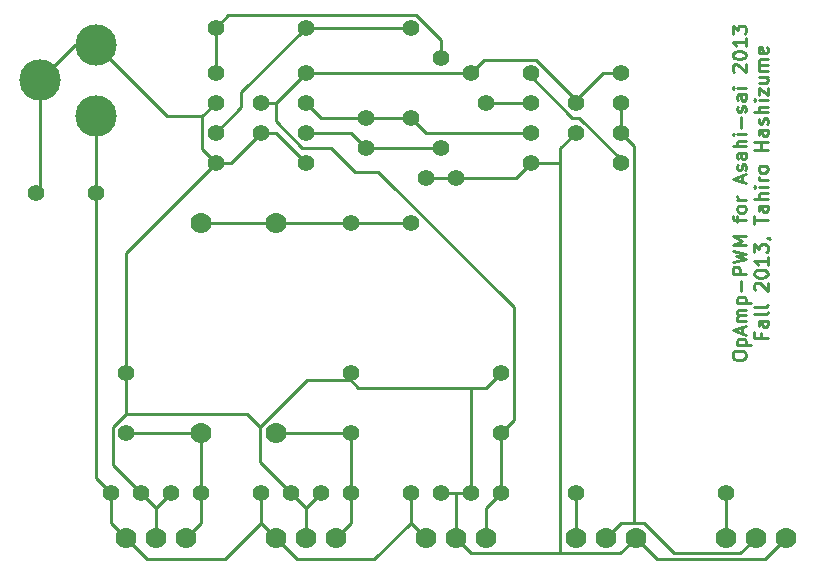
<source format=gbl>
G04 (created by PCBNEW (2013-07-07 BZR 4022)-stable) date 2013/11/02 22:19:29*
%MOIN*%
G04 Gerber Fmt 3.4, Leading zero omitted, Abs format*
%FSLAX34Y34*%
G01*
G70*
G90*
G04 APERTURE LIST*
%ADD10C,0.00590551*%
%ADD11C,0.009*%
%ADD12C,0.055*%
%ADD13C,0.07*%
%ADD14C,0.1378*%
%ADD15C,0.00984252*%
G04 APERTURE END LIST*
G54D10*
G54D11*
X38732Y-22464D02*
X38732Y-22378D01*
X38753Y-22335D01*
X38796Y-22292D01*
X38882Y-22271D01*
X39032Y-22271D01*
X39117Y-22292D01*
X39160Y-22335D01*
X39182Y-22378D01*
X39182Y-22464D01*
X39160Y-22507D01*
X39117Y-22550D01*
X39032Y-22571D01*
X38882Y-22571D01*
X38796Y-22550D01*
X38753Y-22507D01*
X38732Y-22464D01*
X38882Y-22078D02*
X39332Y-22078D01*
X38903Y-22078D02*
X38882Y-22035D01*
X38882Y-21950D01*
X38903Y-21907D01*
X38925Y-21885D01*
X38967Y-21864D01*
X39096Y-21864D01*
X39139Y-21885D01*
X39160Y-21907D01*
X39182Y-21950D01*
X39182Y-22035D01*
X39160Y-22078D01*
X39053Y-21692D02*
X39053Y-21478D01*
X39182Y-21735D02*
X38732Y-21585D01*
X39182Y-21435D01*
X39182Y-21285D02*
X38882Y-21285D01*
X38925Y-21285D02*
X38903Y-21264D01*
X38882Y-21221D01*
X38882Y-21157D01*
X38903Y-21114D01*
X38946Y-21092D01*
X39182Y-21092D01*
X38946Y-21092D02*
X38903Y-21071D01*
X38882Y-21028D01*
X38882Y-20964D01*
X38903Y-20921D01*
X38946Y-20900D01*
X39182Y-20900D01*
X38882Y-20685D02*
X39332Y-20685D01*
X38903Y-20685D02*
X38882Y-20642D01*
X38882Y-20557D01*
X38903Y-20514D01*
X38925Y-20492D01*
X38967Y-20471D01*
X39096Y-20471D01*
X39139Y-20492D01*
X39160Y-20514D01*
X39182Y-20557D01*
X39182Y-20642D01*
X39160Y-20685D01*
X39010Y-20278D02*
X39010Y-19935D01*
X39182Y-19721D02*
X38732Y-19721D01*
X38732Y-19550D01*
X38753Y-19507D01*
X38775Y-19485D01*
X38817Y-19464D01*
X38882Y-19464D01*
X38925Y-19485D01*
X38946Y-19507D01*
X38967Y-19550D01*
X38967Y-19721D01*
X38732Y-19314D02*
X39182Y-19207D01*
X38860Y-19121D01*
X39182Y-19035D01*
X38732Y-18928D01*
X39182Y-18757D02*
X38732Y-18757D01*
X39053Y-18607D01*
X38732Y-18457D01*
X39182Y-18457D01*
X38882Y-17964D02*
X38882Y-17792D01*
X39182Y-17899D02*
X38796Y-17899D01*
X38753Y-17878D01*
X38732Y-17835D01*
X38732Y-17792D01*
X39182Y-17578D02*
X39160Y-17621D01*
X39139Y-17642D01*
X39096Y-17664D01*
X38967Y-17664D01*
X38925Y-17642D01*
X38903Y-17621D01*
X38882Y-17578D01*
X38882Y-17514D01*
X38903Y-17471D01*
X38925Y-17449D01*
X38967Y-17428D01*
X39096Y-17428D01*
X39139Y-17449D01*
X39160Y-17471D01*
X39182Y-17514D01*
X39182Y-17578D01*
X39182Y-17235D02*
X38882Y-17235D01*
X38967Y-17235D02*
X38925Y-17214D01*
X38903Y-17192D01*
X38882Y-17149D01*
X38882Y-17107D01*
X39053Y-16635D02*
X39053Y-16421D01*
X39182Y-16678D02*
X38732Y-16528D01*
X39182Y-16378D01*
X39160Y-16250D02*
X39182Y-16207D01*
X39182Y-16121D01*
X39160Y-16078D01*
X39117Y-16057D01*
X39096Y-16057D01*
X39053Y-16078D01*
X39032Y-16121D01*
X39032Y-16185D01*
X39010Y-16228D01*
X38967Y-16250D01*
X38946Y-16250D01*
X38903Y-16228D01*
X38882Y-16185D01*
X38882Y-16121D01*
X38903Y-16078D01*
X39182Y-15671D02*
X38946Y-15671D01*
X38903Y-15692D01*
X38882Y-15735D01*
X38882Y-15821D01*
X38903Y-15864D01*
X39160Y-15671D02*
X39182Y-15714D01*
X39182Y-15821D01*
X39160Y-15864D01*
X39117Y-15885D01*
X39075Y-15885D01*
X39032Y-15864D01*
X39010Y-15821D01*
X39010Y-15714D01*
X38989Y-15671D01*
X39182Y-15457D02*
X38732Y-15457D01*
X39182Y-15264D02*
X38946Y-15264D01*
X38903Y-15285D01*
X38882Y-15328D01*
X38882Y-15392D01*
X38903Y-15435D01*
X38925Y-15457D01*
X39182Y-15049D02*
X38882Y-15049D01*
X38732Y-15049D02*
X38753Y-15071D01*
X38775Y-15049D01*
X38753Y-15028D01*
X38732Y-15049D01*
X38775Y-15049D01*
X39010Y-14835D02*
X39010Y-14492D01*
X39160Y-14299D02*
X39182Y-14257D01*
X39182Y-14171D01*
X39160Y-14128D01*
X39117Y-14107D01*
X39096Y-14107D01*
X39053Y-14128D01*
X39032Y-14171D01*
X39032Y-14235D01*
X39010Y-14278D01*
X38967Y-14299D01*
X38946Y-14299D01*
X38903Y-14278D01*
X38882Y-14235D01*
X38882Y-14171D01*
X38903Y-14128D01*
X39182Y-13721D02*
X38946Y-13721D01*
X38903Y-13742D01*
X38882Y-13785D01*
X38882Y-13871D01*
X38903Y-13914D01*
X39160Y-13721D02*
X39182Y-13764D01*
X39182Y-13871D01*
X39160Y-13914D01*
X39117Y-13935D01*
X39075Y-13935D01*
X39032Y-13914D01*
X39010Y-13871D01*
X39010Y-13764D01*
X38989Y-13721D01*
X39182Y-13507D02*
X38882Y-13507D01*
X38732Y-13507D02*
X38753Y-13528D01*
X38775Y-13507D01*
X38753Y-13485D01*
X38732Y-13507D01*
X38775Y-13507D01*
X38775Y-12971D02*
X38753Y-12949D01*
X38732Y-12907D01*
X38732Y-12799D01*
X38753Y-12757D01*
X38775Y-12735D01*
X38817Y-12714D01*
X38860Y-12714D01*
X38925Y-12735D01*
X39182Y-12992D01*
X39182Y-12714D01*
X38732Y-12435D02*
X38732Y-12392D01*
X38753Y-12349D01*
X38775Y-12328D01*
X38817Y-12307D01*
X38903Y-12285D01*
X39010Y-12285D01*
X39096Y-12307D01*
X39139Y-12328D01*
X39160Y-12349D01*
X39182Y-12392D01*
X39182Y-12435D01*
X39160Y-12478D01*
X39139Y-12499D01*
X39096Y-12521D01*
X39010Y-12542D01*
X38903Y-12542D01*
X38817Y-12521D01*
X38775Y-12499D01*
X38753Y-12478D01*
X38732Y-12435D01*
X39182Y-11857D02*
X39182Y-12114D01*
X39182Y-11985D02*
X38732Y-11985D01*
X38796Y-12028D01*
X38839Y-12071D01*
X38860Y-12114D01*
X38732Y-11707D02*
X38732Y-11428D01*
X38903Y-11578D01*
X38903Y-11514D01*
X38925Y-11471D01*
X38946Y-11449D01*
X38989Y-11428D01*
X39096Y-11428D01*
X39139Y-11449D01*
X39160Y-11471D01*
X39182Y-11514D01*
X39182Y-11642D01*
X39160Y-11685D01*
X39139Y-11707D01*
X39666Y-21692D02*
X39666Y-21842D01*
X39902Y-21842D02*
X39452Y-21842D01*
X39452Y-21628D01*
X39902Y-21264D02*
X39666Y-21264D01*
X39623Y-21285D01*
X39602Y-21328D01*
X39602Y-21414D01*
X39623Y-21457D01*
X39880Y-21264D02*
X39902Y-21307D01*
X39902Y-21414D01*
X39880Y-21457D01*
X39837Y-21478D01*
X39795Y-21478D01*
X39752Y-21457D01*
X39730Y-21414D01*
X39730Y-21307D01*
X39709Y-21264D01*
X39902Y-20985D02*
X39880Y-21028D01*
X39837Y-21049D01*
X39452Y-21049D01*
X39902Y-20749D02*
X39880Y-20792D01*
X39837Y-20814D01*
X39452Y-20814D01*
X39495Y-20257D02*
X39473Y-20235D01*
X39452Y-20192D01*
X39452Y-20085D01*
X39473Y-20042D01*
X39495Y-20021D01*
X39537Y-20000D01*
X39580Y-20000D01*
X39645Y-20021D01*
X39902Y-20278D01*
X39902Y-20000D01*
X39452Y-19721D02*
X39452Y-19678D01*
X39473Y-19635D01*
X39495Y-19614D01*
X39537Y-19592D01*
X39623Y-19571D01*
X39730Y-19571D01*
X39816Y-19592D01*
X39859Y-19614D01*
X39880Y-19635D01*
X39902Y-19678D01*
X39902Y-19721D01*
X39880Y-19764D01*
X39859Y-19785D01*
X39816Y-19807D01*
X39730Y-19828D01*
X39623Y-19828D01*
X39537Y-19807D01*
X39495Y-19785D01*
X39473Y-19764D01*
X39452Y-19721D01*
X39902Y-19142D02*
X39902Y-19400D01*
X39902Y-19271D02*
X39452Y-19271D01*
X39516Y-19314D01*
X39559Y-19357D01*
X39580Y-19400D01*
X39452Y-18992D02*
X39452Y-18714D01*
X39623Y-18864D01*
X39623Y-18800D01*
X39645Y-18757D01*
X39666Y-18735D01*
X39709Y-18714D01*
X39816Y-18714D01*
X39859Y-18735D01*
X39880Y-18757D01*
X39902Y-18800D01*
X39902Y-18928D01*
X39880Y-18971D01*
X39859Y-18992D01*
X39880Y-18500D02*
X39902Y-18500D01*
X39945Y-18521D01*
X39966Y-18542D01*
X39452Y-18028D02*
X39452Y-17771D01*
X39902Y-17900D02*
X39452Y-17900D01*
X39902Y-17428D02*
X39666Y-17428D01*
X39623Y-17450D01*
X39602Y-17492D01*
X39602Y-17578D01*
X39623Y-17621D01*
X39880Y-17428D02*
X39902Y-17471D01*
X39902Y-17578D01*
X39880Y-17621D01*
X39837Y-17642D01*
X39795Y-17642D01*
X39752Y-17621D01*
X39730Y-17578D01*
X39730Y-17471D01*
X39709Y-17428D01*
X39902Y-17214D02*
X39452Y-17214D01*
X39902Y-17021D02*
X39666Y-17021D01*
X39623Y-17042D01*
X39602Y-17085D01*
X39602Y-17150D01*
X39623Y-17192D01*
X39645Y-17214D01*
X39902Y-16807D02*
X39602Y-16807D01*
X39452Y-16807D02*
X39473Y-16828D01*
X39495Y-16807D01*
X39473Y-16785D01*
X39452Y-16807D01*
X39495Y-16807D01*
X39902Y-16592D02*
X39602Y-16592D01*
X39687Y-16592D02*
X39645Y-16571D01*
X39623Y-16550D01*
X39602Y-16507D01*
X39602Y-16464D01*
X39902Y-16250D02*
X39880Y-16292D01*
X39859Y-16314D01*
X39816Y-16335D01*
X39687Y-16335D01*
X39645Y-16314D01*
X39623Y-16292D01*
X39602Y-16250D01*
X39602Y-16185D01*
X39623Y-16142D01*
X39645Y-16121D01*
X39687Y-16100D01*
X39816Y-16100D01*
X39859Y-16121D01*
X39880Y-16142D01*
X39902Y-16185D01*
X39902Y-16250D01*
X39902Y-15564D02*
X39452Y-15564D01*
X39666Y-15564D02*
X39666Y-15307D01*
X39902Y-15307D02*
X39452Y-15307D01*
X39902Y-14900D02*
X39666Y-14900D01*
X39623Y-14921D01*
X39602Y-14964D01*
X39602Y-15050D01*
X39623Y-15092D01*
X39880Y-14900D02*
X39902Y-14942D01*
X39902Y-15050D01*
X39880Y-15092D01*
X39837Y-15114D01*
X39795Y-15114D01*
X39752Y-15092D01*
X39730Y-15050D01*
X39730Y-14942D01*
X39709Y-14900D01*
X39880Y-14707D02*
X39902Y-14664D01*
X39902Y-14578D01*
X39880Y-14535D01*
X39837Y-14514D01*
X39816Y-14514D01*
X39773Y-14535D01*
X39752Y-14578D01*
X39752Y-14642D01*
X39730Y-14685D01*
X39687Y-14707D01*
X39666Y-14707D01*
X39623Y-14685D01*
X39602Y-14642D01*
X39602Y-14578D01*
X39623Y-14535D01*
X39902Y-14321D02*
X39452Y-14321D01*
X39902Y-14128D02*
X39666Y-14128D01*
X39623Y-14150D01*
X39602Y-14192D01*
X39602Y-14257D01*
X39623Y-14300D01*
X39645Y-14321D01*
X39902Y-13914D02*
X39602Y-13914D01*
X39452Y-13914D02*
X39473Y-13935D01*
X39495Y-13914D01*
X39473Y-13892D01*
X39452Y-13914D01*
X39495Y-13914D01*
X39602Y-13742D02*
X39602Y-13507D01*
X39902Y-13742D01*
X39902Y-13507D01*
X39602Y-13142D02*
X39902Y-13142D01*
X39602Y-13335D02*
X39837Y-13335D01*
X39880Y-13314D01*
X39902Y-13271D01*
X39902Y-13207D01*
X39880Y-13164D01*
X39859Y-13142D01*
X39902Y-12928D02*
X39602Y-12928D01*
X39645Y-12928D02*
X39623Y-12907D01*
X39602Y-12864D01*
X39602Y-12800D01*
X39623Y-12757D01*
X39666Y-12735D01*
X39902Y-12735D01*
X39666Y-12735D02*
X39623Y-12714D01*
X39602Y-12671D01*
X39602Y-12607D01*
X39623Y-12564D01*
X39666Y-12542D01*
X39902Y-12542D01*
X39880Y-12157D02*
X39902Y-12200D01*
X39902Y-12285D01*
X39880Y-12328D01*
X39837Y-12350D01*
X39666Y-12350D01*
X39623Y-12328D01*
X39602Y-12285D01*
X39602Y-12200D01*
X39623Y-12157D01*
X39666Y-12135D01*
X39709Y-12135D01*
X39752Y-12350D01*
G54D12*
X24500Y-11500D03*
X21500Y-11500D03*
X29000Y-12500D03*
X29000Y-15500D03*
X28000Y-11500D03*
X28000Y-14500D03*
X26500Y-15500D03*
X26500Y-14500D03*
X30000Y-13000D03*
X30500Y-14000D03*
X26000Y-18000D03*
X33500Y-27000D03*
X23000Y-15000D03*
X23000Y-14000D03*
X33500Y-14000D03*
X33500Y-15000D03*
X28500Y-16500D03*
X29500Y-16500D03*
G54D13*
X21000Y-25000D03*
X21000Y-18000D03*
G54D12*
X28000Y-27000D03*
X29000Y-27000D03*
X18000Y-27000D03*
X19000Y-27000D03*
X31000Y-27000D03*
X30000Y-27000D03*
X21000Y-27000D03*
X20000Y-27000D03*
G54D13*
X23500Y-25000D03*
X23500Y-18000D03*
G54D12*
X23000Y-27000D03*
X24000Y-27000D03*
X26000Y-27000D03*
X25000Y-27000D03*
X28000Y-18000D03*
X38500Y-27000D03*
X21500Y-13000D03*
X21500Y-14000D03*
X21500Y-15000D03*
X21500Y-16000D03*
X24500Y-16000D03*
X24500Y-15000D03*
X24500Y-14000D03*
X24500Y-13000D03*
X32000Y-13000D03*
X32000Y-14000D03*
X32000Y-15000D03*
X32000Y-16000D03*
X35000Y-16000D03*
X35000Y-15000D03*
X35000Y-14000D03*
X35000Y-13000D03*
G54D13*
X19500Y-28500D03*
X20500Y-28500D03*
X18500Y-28500D03*
X29500Y-28500D03*
X30500Y-28500D03*
X28500Y-28500D03*
X34500Y-28500D03*
X35500Y-28500D03*
X33500Y-28500D03*
X24500Y-28500D03*
X25500Y-28500D03*
X23500Y-28500D03*
X39500Y-28500D03*
X40500Y-28500D03*
X38500Y-28500D03*
G54D12*
X18500Y-25000D03*
X18500Y-23000D03*
X26000Y-25000D03*
X26000Y-23000D03*
X31000Y-25000D03*
X31000Y-23000D03*
X17500Y-17000D03*
X15500Y-17000D03*
G54D14*
X17500Y-14441D03*
X17500Y-12079D03*
X15650Y-13260D03*
G54D15*
X22000Y-16000D02*
X23000Y-15000D01*
X21500Y-16000D02*
X22000Y-16000D01*
X25000Y-27000D02*
X24500Y-27500D01*
X24500Y-28500D02*
X24500Y-27500D01*
X24500Y-27500D02*
X24000Y-27000D01*
X20000Y-27000D02*
X19500Y-27500D01*
X19500Y-28500D02*
X19500Y-27500D01*
X19500Y-27500D02*
X19000Y-27000D01*
X23500Y-15000D02*
X24500Y-16000D01*
X23000Y-15000D02*
X23500Y-15000D01*
X15650Y-16850D02*
X15650Y-13260D01*
X15500Y-17000D02*
X15650Y-16850D01*
X21500Y-14000D02*
X21050Y-14449D01*
X16830Y-12079D02*
X17500Y-12079D01*
X15650Y-13260D02*
X16830Y-12079D01*
X19870Y-14449D02*
X21050Y-14449D01*
X17500Y-12079D02*
X19870Y-14449D01*
X39799Y-29200D02*
X40500Y-28500D01*
X36200Y-29200D02*
X39799Y-29200D01*
X35500Y-28500D02*
X36200Y-29200D01*
X30000Y-27000D02*
X29500Y-27000D01*
X29500Y-27000D02*
X29000Y-27000D01*
X29500Y-27000D02*
X29500Y-28500D01*
X30005Y-29005D02*
X32983Y-29005D01*
X29500Y-28500D02*
X30005Y-29005D01*
X34994Y-29005D02*
X35500Y-28500D01*
X32983Y-29005D02*
X34994Y-29005D01*
X30000Y-23500D02*
X30000Y-27000D01*
X30500Y-23500D02*
X30000Y-23500D01*
X31000Y-23000D02*
X30500Y-23500D01*
X26000Y-23250D02*
X26000Y-23000D01*
X26250Y-23500D02*
X26000Y-23250D01*
X30000Y-23500D02*
X26250Y-23500D01*
X18069Y-24803D02*
X18500Y-24372D01*
X18069Y-26069D02*
X18069Y-24803D01*
X19000Y-27000D02*
X18069Y-26069D01*
X18500Y-23000D02*
X18500Y-23000D01*
X18500Y-24372D02*
X18500Y-23000D01*
X22544Y-24372D02*
X22981Y-24809D01*
X18500Y-24372D02*
X22544Y-24372D01*
X24540Y-23250D02*
X22981Y-24809D01*
X26000Y-23250D02*
X24540Y-23250D01*
X22981Y-25981D02*
X24000Y-27000D01*
X22981Y-24809D02*
X22981Y-25981D01*
X28500Y-16500D02*
X29500Y-16500D01*
X31500Y-16500D02*
X32000Y-16000D01*
X29500Y-16500D02*
X31500Y-16500D01*
X32983Y-16000D02*
X32000Y-16000D01*
X32983Y-29005D02*
X32983Y-16000D01*
X32983Y-15516D02*
X33500Y-15000D01*
X32983Y-16000D02*
X32983Y-15516D01*
X18500Y-19000D02*
X18500Y-23000D01*
X21500Y-16000D02*
X18500Y-19000D01*
X21050Y-15550D02*
X21500Y-16000D01*
X21050Y-14449D02*
X21050Y-15550D01*
X28000Y-18000D02*
X26000Y-18000D01*
X21000Y-18000D02*
X23500Y-18000D01*
X23500Y-18000D02*
X26000Y-18000D01*
X33500Y-28500D02*
X33500Y-27000D01*
X38500Y-28500D02*
X38500Y-27000D01*
X32000Y-13126D02*
X32000Y-13000D01*
X33373Y-14500D02*
X32000Y-13126D01*
X33614Y-14500D02*
X33373Y-14500D01*
X35000Y-15885D02*
X33614Y-14500D01*
X35000Y-16000D02*
X35000Y-15885D01*
X28500Y-15000D02*
X28000Y-14500D01*
X32000Y-15000D02*
X28500Y-15000D01*
X25000Y-14500D02*
X26500Y-14500D01*
X24500Y-14000D02*
X25000Y-14500D01*
X26500Y-14500D02*
X28000Y-14500D01*
X21500Y-13000D02*
X21500Y-11500D01*
X29000Y-11895D02*
X29000Y-12500D01*
X28177Y-11073D02*
X29000Y-11895D01*
X21926Y-11073D02*
X28177Y-11073D01*
X21500Y-11500D02*
X21926Y-11073D01*
X26000Y-15000D02*
X26500Y-15500D01*
X24500Y-15000D02*
X26000Y-15000D01*
X29000Y-15500D02*
X26500Y-15500D01*
X22356Y-13643D02*
X24500Y-11500D01*
X22356Y-14143D02*
X22356Y-13643D01*
X21500Y-15000D02*
X22356Y-14143D01*
X28000Y-11500D02*
X24500Y-11500D01*
X26000Y-28000D02*
X25500Y-28500D01*
X26000Y-27000D02*
X26000Y-28000D01*
X26000Y-25000D02*
X26000Y-27000D01*
X26000Y-25000D02*
X23500Y-25000D01*
X21000Y-25000D02*
X21000Y-27000D01*
X21000Y-28000D02*
X20500Y-28500D01*
X21000Y-27000D02*
X21000Y-28000D01*
X18500Y-25000D02*
X21000Y-25000D01*
X35000Y-14000D02*
X35000Y-15000D01*
X35434Y-15434D02*
X35000Y-15000D01*
X35434Y-27997D02*
X35434Y-15434D01*
X35770Y-27997D02*
X35434Y-27997D01*
X36777Y-29003D02*
X35770Y-27997D01*
X38996Y-29003D02*
X36777Y-29003D01*
X39500Y-28500D02*
X38996Y-29003D01*
X35002Y-27997D02*
X34500Y-28500D01*
X35434Y-27997D02*
X35002Y-27997D01*
X30500Y-27500D02*
X31000Y-27000D01*
X30500Y-28500D02*
X30500Y-27500D01*
X30000Y-13000D02*
X24500Y-13000D01*
X34397Y-13000D02*
X33500Y-13897D01*
X35000Y-13000D02*
X34397Y-13000D01*
X32170Y-12568D02*
X33500Y-13897D01*
X30431Y-12568D02*
X32170Y-12568D01*
X30000Y-13000D02*
X30431Y-12568D01*
X33500Y-13897D02*
X33500Y-14000D01*
X24500Y-13000D02*
X23500Y-14000D01*
X23500Y-14000D02*
X23000Y-14000D01*
X31000Y-27000D02*
X31000Y-25000D01*
X23500Y-14622D02*
X23500Y-14000D01*
X24377Y-15500D02*
X23500Y-14622D01*
X25333Y-15500D02*
X24377Y-15500D01*
X26136Y-16302D02*
X25333Y-15500D01*
X26909Y-16302D02*
X26136Y-16302D01*
X31433Y-20826D02*
X26909Y-16302D01*
X31433Y-24566D02*
X31433Y-20826D01*
X31000Y-25000D02*
X31433Y-24566D01*
X32000Y-14000D02*
X30500Y-14000D01*
X18000Y-28000D02*
X18000Y-27000D01*
X18500Y-28500D02*
X18000Y-28000D01*
X28500Y-28500D02*
X28000Y-28000D01*
X28000Y-28000D02*
X28000Y-27000D01*
X26793Y-29206D02*
X28000Y-28000D01*
X24206Y-29206D02*
X26793Y-29206D01*
X23500Y-28500D02*
X24206Y-29206D01*
X23500Y-28500D02*
X23000Y-28000D01*
X21797Y-29202D02*
X23000Y-28000D01*
X19202Y-29202D02*
X21797Y-29202D01*
X18500Y-28500D02*
X19202Y-29202D01*
X23000Y-28000D02*
X23000Y-27000D01*
X17500Y-14440D02*
X17500Y-17000D01*
X17500Y-26500D02*
X18000Y-27000D01*
X17500Y-17000D02*
X17500Y-26500D01*
M02*

</source>
